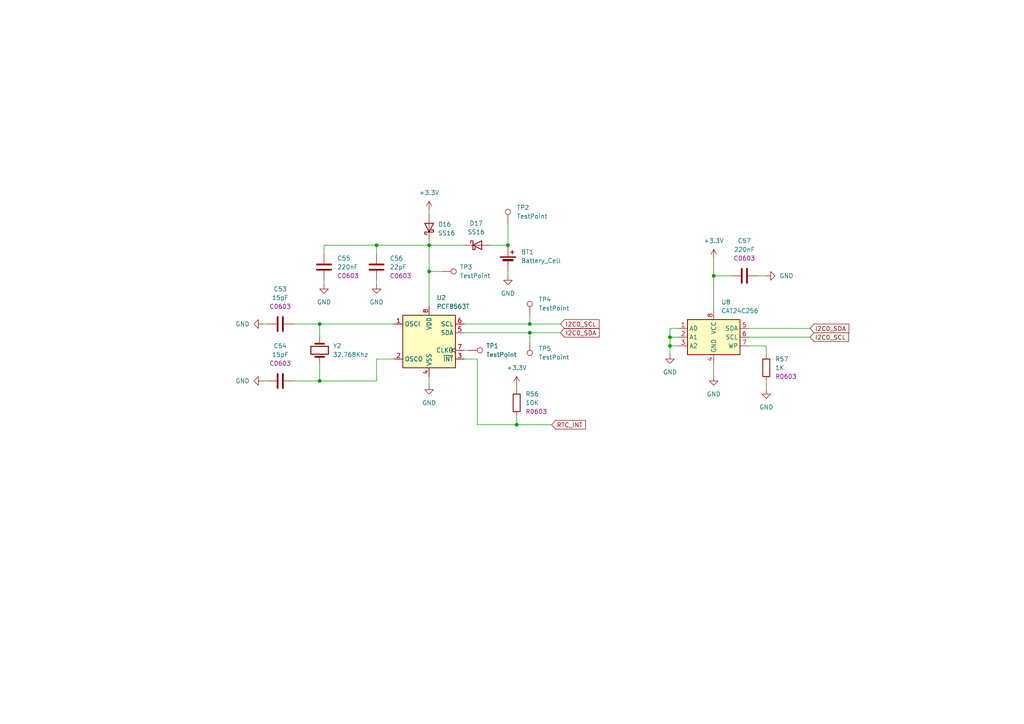
<source format=kicad_sch>
(kicad_sch (version 20250114) (generator "eeschema") (generator_version "9.0")
  (paper "A4")
  (title_block (title "RTC & EEPROM") (rev "A") (company "Enis ASLAN") (comment 1 "RTC & EEPROM Schematic"))
  (lib_symbols
    (symbol "Connector:TestPoint" (pin_numbers (hide yes)) (pin_names (offset 0.762) (hide yes))
      (property "Reference" "TP" (at 0 6.858 0))
      (property "Value" "TestPoint" (at 0 5.08 0))
      (symbol "TestPoint_0_1"
        (circle (center 0 3.302) (radius 0.762))
      )
      (symbol "TestPoint_1_1"
        (pin passive line (at 0 0 90) (length 2.54) (name "1") (number "1"))
      )
    )
    (symbol "Device:Battery_Cell" (pin_numbers (hide yes)) (pin_names (offset 0) (hide yes))
      (property "Reference" "BT" (at 2.54 2.54 0))
      (property "Value" "Battery_Cell" (at 2.54 0 0))
      (symbol "Battery_Cell_0_1"
        (rectangle (start -2.286 1.778) (end 2.286 1.524) (fill (type outline)))
        (rectangle (start -1.524 1.016) (end 1.524 0.508) (fill (type outline)))
        (polyline (pts (xy 0 1.778) (xy 0 2.54)))
        (polyline (pts (xy 0 0.762) (xy 0 0)))
        (polyline (pts (xy 0.762 3.048) (xy 1.778 3.048)) (stroke (width 0.254)))
        (polyline (pts (xy 1.27 3.556) (xy 1.27 2.54)) (stroke (width 0.254)))
      )
      (symbol "Battery_Cell_1_1"
        (pin passive line (at 0 5.08 270) (length 2.54) (name "+") (number "1"))
        (pin passive line (at 0 -2.54 90) (length 2.54) (name "-") (number "2"))
      )
    )
    (symbol "Device:C" (pin_numbers (hide yes)) (pin_names (offset 0.254))
      (property "Reference" "C" (at 0.635 2.54 0))
      (property "Value" "C" (at 0.635 -2.54 0))
      (symbol "C_0_1"
        (polyline (pts (xy -2.032 0.762) (xy 2.032 0.762)) (stroke (width 0.508)))
        (polyline (pts (xy -2.032 -0.762) (xy 2.032 -0.762)) (stroke (width 0.508)))
      )
      (symbol "C_1_1"
        (pin passive line (at 0 3.81 270) (length 2.794) (name "~") (number "1"))
        (pin passive line (at 0 -3.81 90) (length 2.794) (name "~") (number "2"))
      )
    )
    (symbol "Device:Crystal" (pin_numbers (hide yes)) (pin_names (offset 1.016) (hide yes))
      (property "Reference" "Y" (at 0 3.81 0))
      (property "Value" "Crystal" (at 0 -3.81 0))
      (symbol "Crystal_0_1"
        (polyline (pts (xy -2.54 0) (xy -1.905 0)))
        (polyline (pts (xy -1.905 -1.27) (xy -1.905 1.27)) (stroke (width 0.508)))
        (rectangle (start -1.143 2.54) (end 1.143 -2.54) (stroke (width 0.3048)))
        (polyline (pts (xy 1.905 -1.27) (xy 1.905 1.27)) (stroke (width 0.508)))
        (polyline (pts (xy 2.54 0) (xy 1.905 0)))
      )
      (symbol "Crystal_1_1"
        (pin passive line (at -3.81 0 0) (length 1.27) (name "1") (number "1"))
        (pin passive line (at 3.81 0 180) (length 1.27) (name "2") (number "2"))
      )
    )
    (symbol "Device:R" (pin_numbers (hide yes)) (pin_names (offset 0))
      (property "Reference" "R" (at 2.032 0 90))
      (property "Value" "R" (at 0 0 90))
      (symbol "R_0_1"
        (rectangle (start -1.016 -2.54) (end 1.016 2.54) (stroke (width 0.254)))
      )
      (symbol "R_1_1"
        (pin passive line (at 0 3.81 270) (length 1.27) (name "~") (number "1"))
        (pin passive line (at 0 -3.81 90) (length 1.27) (name "~") (number "2"))
      )
    )
    (symbol "Diode:SS16" (pin_numbers (hide yes)) (pin_names (offset 1.016) (hide yes))
      (property "Reference" "D" (at 0 2.54 0))
      (property "Value" "SS16" (at 0 -2.54 0))
      (symbol "SS16_0_1"
        (polyline (pts (xy -1.905 0.635) (xy -1.905 1.27) (xy -1.27 1.27) (xy -1.27 -1.27) (xy -0.635 -1.27) (xy -0.635 -0.635)) (stroke (width 0.254)))
        (polyline (pts (xy 1.27 1.27) (xy 1.27 -1.27) (xy -1.27 0) (xy 1.27 1.27)) (stroke (width 0.254)))
        (polyline (pts (xy 1.27 0) (xy -1.27 0)))
      )
      (symbol "SS16_1_1"
        (pin passive line (at -3.81 0 0) (length 2.54) (name "K") (number "1"))
        (pin passive line (at 3.81 0 180) (length 2.54) (name "A") (number "2"))
      )
    )
    (symbol "Memory_EEPROM:CAT24C256"
      (property "Reference" "U" (at -6.35 6.35 0))
      (property "Value" "CAT24C256" (at 1.27 6.35 0))
      (symbol "CAT24C256_1_1"
        (rectangle (start -7.62 5.08) (end 7.62 -5.08) (stroke (width 0.254)) (fill (type background)))
        (pin input line (at -10.16 2.54 0) (length 2.54) (name "A0") (number "1"))
        (pin input line (at -10.16 0 0) (length 2.54) (name "A1") (number "2"))
        (pin input line (at -10.16 -2.54 0) (length 2.54) (name "A2") (number "3"))
        (pin power_in line (at 0 7.62 270) (length 2.54) (name "VCC") (number "8"))
        (pin power_in line (at 0 -7.62 90) (length 2.54) (name "GND") (number "4"))
        (pin bidirectional line (at 10.16 2.54 180) (length 2.54) (name "SDA") (number "5"))
        (pin input line (at 10.16 0 180) (length 2.54) (name "SCL") (number "6"))
        (pin input line (at 10.16 -2.54 180) (length 2.54) (name "WP") (number "7"))
      )
    )
    (symbol "Timer_RTC:PCF8563T"
      (property "Reference" "U" (at -7.62 8.89 0))
      (property "Value" "PCF8563T" (at 2.54 8.89 0))
      (symbol "PCF8563T_0_1"
        (rectangle (start -7.62 7.62) (end 7.62 -7.62) (stroke (width 0.254)) (fill (type background)))
      )
      (symbol "PCF8563T_1_1"
        (pin input line (at -10.16 5.08 0) (length 2.54) (name "OSCI") (number "1"))
        (pin output line (at -10.16 -5.08 0) (length 2.54) (name "OSCO") (number "2"))
        (pin power_in line (at 0 10.16 270) (length 2.54) (name "VDD") (number "8"))
        (pin power_in line (at 0 -10.16 90) (length 2.54) (name "VSS") (number "4"))
        (pin input line (at 10.16 5.08 180) (length 2.54) (name "SCL") (number "6"))
        (pin bidirectional line (at 10.16 2.54 180) (length 2.54) (name "SDA") (number "5"))
        (pin output clock (at 10.16 -2.54 180) (length 2.54) (name "CLKO") (number "7"))
        (pin output line (at 10.16 -5.08 180) (length 2.54) (name "~{INT}") (number "3"))
      )
    )
    (symbol "power:+3.3V" (power) (pin_numbers (hide yes)) (pin_names (offset 0) (hide yes))
      (property "Value" "+3.3V" (at 0 3.556 0))
      (symbol "+3.3V_0_1"
        (polyline (pts (xy -0.762 1.27) (xy 0 2.54)))
        (polyline (pts (xy 0 2.54) (xy 0.762 1.27)))
        (polyline (pts (xy 0 0) (xy 0 2.54)))
      )
      (symbol "+3.3V_1_1"
        (pin power_in line (at 0 0 90) (length 0) (name "~") (number "1"))
      )
    )
    (symbol "power:GND" (power) (pin_numbers (hide yes)) (pin_names (offset 0) (hide yes))
      (property "Value" "GND" (at 0 -3.81 0))
      (symbol "GND_0_1"
        (polyline (pts (xy 0 0) (xy 0 -1.27) (xy 1.27 -1.27) (xy 0 -2.54) (xy -1.27 -1.27) (xy 0 -1.27)))
      )
      (symbol "GND_1_1"
        (pin power_in line (at 0 0 270) (length 0) (name "~") (number "1"))
      )
    )
  )
  (junction (at 149.86 123.19))
  (junction (at 147.32 71.12))
  (junction (at 207.01 80.01))
  (junction (at 109.22 71.12))
  (junction (at 153.67 96.52))
  (junction (at 92.71 93.98))
  (junction (at 92.71 110.49))
  (junction (at 124.46 71.12))
  (junction (at 194.31 100.33))
  (junction (at 124.46 78.74))
  (junction (at 194.31 97.79))
  (junction (at 153.67 93.98))
  (wire (pts (xy 217.17 95.25) (xy 234.95 95.25)))
  (wire (pts (xy 207.01 105.41) (xy 207.01 109.22)))
  (wire (pts (xy 76.2 93.98) (xy 77.47 93.98)))
  (wire (pts (xy 92.71 97.79) (xy 92.71 93.98)))
  (wire (pts (xy 124.46 109.22) (xy 124.46 111.76)))
  (wire (pts (xy 147.32 78.74) (xy 147.32 80.01)))
  (wire (pts (xy 219.71 80.01) (xy 222.25 80.01)))
  (wire (pts (xy 85.09 93.98) (xy 92.71 93.98)))
  (wire (pts (xy 207.01 80.01) (xy 207.01 90.17)))
  (wire (pts (xy 114.3 93.98) (xy 92.71 93.98)))
  (wire (pts (xy 147.32 64.77) (xy 147.32 71.12)))
  (wire (pts (xy 124.46 60.96) (xy 124.46 62.23)))
  (wire (pts (xy 109.22 71.12) (xy 124.46 71.12)))
  (wire (pts (xy 153.67 93.98) (xy 162.56 93.98)))
  (wire (pts (xy 76.2 110.49) (xy 77.47 110.49)))
  (wire (pts (xy 138.43 123.19) (xy 149.86 123.19)))
  (wire (pts (xy 92.71 110.49) (xy 92.71 105.41)))
  (wire (pts (xy 222.25 110.49) (xy 222.25 113.03)))
  (wire (pts (xy 194.31 97.79) (xy 194.31 100.33)))
  (wire (pts (xy 134.62 96.52) (xy 153.67 96.52)))
  (wire (pts (xy 153.67 91.44) (xy 153.67 93.98)))
  (wire (pts (xy 194.31 95.25) (xy 194.31 97.79)))
  (wire (pts (xy 217.17 100.33) (xy 222.25 100.33)))
  (wire (pts (xy 153.67 96.52) (xy 153.67 99.06)))
  (wire (pts (xy 194.31 100.33) (xy 196.85 100.33)))
  (wire (pts (xy 109.22 104.14) (xy 114.3 104.14)))
  (wire (pts (xy 194.31 100.33) (xy 194.31 102.87)))
  (wire (pts (xy 93.98 73.66) (xy 93.98 71.12)))
  (wire (pts (xy 134.62 104.14) (xy 138.43 104.14)))
  (wire (pts (xy 93.98 81.28) (xy 93.98 82.55)))
  (wire (pts (xy 85.09 110.49) (xy 92.71 110.49)))
  (wire (pts (xy 134.62 93.98) (xy 153.67 93.98)))
  (wire (pts (xy 93.98 71.12) (xy 109.22 71.12)))
  (wire (pts (xy 222.25 100.33) (xy 222.25 102.87)))
  (wire (pts (xy 196.85 95.25) (xy 194.31 95.25)))
  (wire (pts (xy 217.17 97.79) (xy 234.95 97.79)))
  (wire (pts (xy 149.86 123.19) (xy 160.02 123.19)))
  (wire (pts (xy 153.67 96.52) (xy 162.56 96.52)))
  (wire (pts (xy 124.46 78.74) (xy 128.27 78.74)))
  (wire (pts (xy 109.22 81.28) (xy 109.22 82.55)))
  (wire (pts (xy 124.46 71.12) (xy 134.62 71.12)))
  (wire (pts (xy 147.32 71.12) (xy 142.24 71.12)))
  (wire (pts (xy 92.71 110.49) (xy 109.22 110.49)))
  (wire (pts (xy 194.31 97.79) (xy 196.85 97.79)))
  (wire (pts (xy 109.22 71.12) (xy 109.22 73.66)))
  (wire (pts (xy 124.46 71.12) (xy 124.46 78.74)))
  (wire (pts (xy 149.86 111.76) (xy 149.86 113.03)))
  (wire (pts (xy 149.86 120.65) (xy 149.86 123.19)))
  (wire (pts (xy 134.62 101.6) (xy 135.89 101.6)))
  (wire (pts (xy 109.22 110.49) (xy 109.22 104.14)))
  (wire (pts (xy 124.46 78.74) (xy 124.46 88.9)))
  (wire (pts (xy 207.01 80.01) (xy 212.09 80.01)))
  (wire (pts (xy 207.01 74.93) (xy 207.01 80.01)))
  (wire (pts (xy 138.43 104.14) (xy 138.43 123.19)))
  (wire (pts (xy 124.46 69.85) (xy 124.46 71.12)))
  (global_label "I2C0_SDA" (shape input) (at 234.95 95.25 0) (property "Intersheetrefs" "${INTERSHEET_REFS}" (effects (hide yes))))
  (global_label "RTC_INT" (shape input) (at 160.02 123.19 0) (property "Intersheetrefs" "${INTERSHEET_REFS}" (effects (hide yes))))
  (global_label "I2C0_SCL" (shape input) (at 234.95 97.79 0) (property "Intersheetrefs" "${INTERSHEET_REFS}" (effects (hide yes))))
  (global_label "I2C0_SDA" (shape input) (at 162.56 96.52 0) (property "Intersheetrefs" "${INTERSHEET_REFS}" (effects (hide yes))))
  (global_label "I2C0_SCL" (shape input) (at 162.56 93.98 0) (property "Intersheetrefs" "${INTERSHEET_REFS}" (effects (hide yes))))
  (symbol (lib_id "Device:C") (at 215.9 80.01 90) (unit 1)
    (property "Reference" "C57" (at 215.9 69.85 90))
    (property "Value" "220nF" (at 215.9 72.39 90))
    (property "Footprint" "Capacitor_SMD:C_0603_1608Metric" (effects (hide yes)))
    (property "Description" "Unpolarized capacitor" (effects (hide yes)))
    (property "Package" "C0603" (at 215.9 74.93 90))
  )
  (symbol (lib_id "Device:C") (at 81.28 110.49 90) (unit 1)
    (property "Reference" "C54" (at 81.28 100.33 90))
    (property "Value" "15pF" (at 81.28 102.87 90))
    (property "Footprint" "Capacitor_SMD:C_0603_1608Metric" (effects (hide yes)))
    (property "Description" "Unpolarized capacitor" (effects (hide yes)))
    (property "Package" "C0603" (at 81.28 105.41 90))
  )
  (symbol (lib_id "power:GND") (at 194.31 102.87 0) (unit 1)
    (property "Reference" "#PWR0138" (effects (hide yes)))
    (property "Value" "GND" (at 194.31 107.95 0))
    (property "Description" "Power symbol creates a global label with name \"GND\" , ground" (effects (hide yes)))
  )
  (symbol (lib_id "Device:C") (at 81.28 93.98 90) (unit 1)
    (property "Reference" "C53" (at 81.28 83.82 90))
    (property "Value" "15pF" (at 81.28 86.36 90))
    (property "Footprint" "Capacitor_SMD:C_0603_1608Metric" (effects (hide yes)))
    (property "Description" "Unpolarized capacitor" (effects (hide yes)))
    (property "Package" "C0603" (at 81.28 88.9 90))
  )
  (symbol (lib_id "power:+3.3V") (at 124.46 60.96 0) (unit 1)
    (property "Reference" "#PWR0128" (effects (hide yes)))
    (property "Value" "+3.3V" (at 124.46 55.88 0))
    (property "Description" "Power symbol creates a global label with name \"+3.3V\"" (effects (hide yes)))
  )
  (symbol (lib_id "Memory_EEPROM:CAT24C256") (at 207.01 97.79 0) (unit 1)
    (property "Reference" "U8" (at 209.1533 87.63 0) (effects (justify left)))
    (property "Value" "CAT24C256" (at 209.1533 90.17 0) (effects (justify left)))
    (property "Footprint" "Package_SO:SOIC-8_3.9x4.9mm_P1.27mm" (effects (hide yes)))
    (property "Datasheet" "https://www.onsemi.cn/PowerSolutions/document/CAT24C256-D.PDF" (effects (hide yes)))
    (property "Description" "256 kb CMOS Serial EEPROM, DIP-8/SOIC-8/TSSOP-8/DFN-8" (effects (hide yes)))
  )
  (symbol (lib_id "Connector:TestPoint") (at 135.89 101.6 270) (unit 1)
    (property "Reference" "TP1" (at 140.97 100.3299 90) (effects (justify left)))
    (property "Value" "TestPoint" (at 140.97 102.8699 90) (effects (justify left)))
    (property "Footprint" "TestPoint:TestPoint_Pad_D1.5mm" (effects (hide yes)))
    (property "Description" "test point" (effects (hide yes)))
  )
  (symbol (lib_id "power:+3.3V") (at 149.86 111.76 0) (unit 1)
    (property "Reference" "#PWR0136" (effects (hide yes)))
    (property "Value" "+3.3V" (at 149.86 106.68 0))
    (property "Description" "Power symbol creates a global label with name \"+3.3V\"" (effects (hide yes)))
  )
  (symbol (lib_id "Connector:TestPoint") (at 128.27 78.74 270) (unit 1)
    (property "Reference" "TP3" (at 133.35 77.4699 90) (effects (justify left)))
    (property "Value" "TestPoint" (at 133.35 80.0099 90) (effects (justify left)))
    (property "Footprint" "TestPoint:TestPoint_Pad_D1.5mm" (effects (hide yes)))
    (property "Description" "test point" (effects (hide yes)))
  )
  (symbol (lib_id "power:GND") (at 76.2 93.98 270) (unit 1)
    (property "Reference" "#PWR0126" (effects (hide yes)))
    (property "Value" "GND" (at 72.39 93.9799 90) (effects (justify right)))
    (property "Description" "Power symbol creates a global label with name \"GND\" , ground" (effects (hide yes)))
  )
  (symbol (lib_id "power:GND") (at 147.32 80.01 0) (unit 1)
    (property "Reference" "#PWR0129" (effects (hide yes)))
    (property "Value" "GND" (at 147.32 85.09 0))
    (property "Description" "Power symbol creates a global label with name \"GND\" , ground" (effects (hide yes)))
  )
  (symbol (lib_id "Device:R") (at 222.25 106.68 180) (unit 1)
    (property "Reference" "R57" (at 224.79 104.1399 0) (effects (justify right)))
    (property "Value" "1K" (at 224.79 106.6799 0) (effects (justify right)))
    (property "Footprint" "Resistor_SMD:R_0603_1608Metric" (effects (hide yes)))
    (property "Description" "Resistor" (effects (hide yes)))
    (property "Package" "R0603" (at 224.79 109.2199 0) (effects (justify right)))
  )
  (symbol (lib_id "Diode:SS16") (at 124.46 66.04 90) (unit 1)
    (property "Reference" "D16" (at 127 65.0874 90) (effects (justify right)))
    (property "Value" "SS16" (at 127 67.6274 90) (effects (justify right)))
    (property "Footprint" "Diode_SMD:D_SMA" (effects (hide yes)))
    (property "Datasheet" "https://www.vishay.com/docs/88746/ss12.pdf" (effects (hide yes)))
    (property "Description" "60V 1A Schottky Diode, SMA" (effects (hide yes)))
  )
  (symbol (lib_id "power:GND") (at 76.2 110.49 270) (unit 1)
    (property "Reference" "#PWR0127" (effects (hide yes)))
    (property "Value" "GND" (at 72.39 110.4899 90) (effects (justify right)))
    (property "Description" "Power symbol creates a global label with name \"GND\" , ground" (effects (hide yes)))
  )
  (symbol (lib_id "Device:C") (at 93.98 77.47 0) (unit 1)
    (property "Reference" "C55" (at 97.79 74.9299 0) (effects (justify left)))
    (property "Value" "220nF" (at 97.79 77.4699 0) (effects (justify left)))
    (property "Footprint" "Capacitor_SMD:C_0603_1608Metric" (effects (hide yes)))
    (property "Description" "Unpolarized capacitor" (effects (hide yes)))
    (property "Package" "C0603" (at 97.79 80.0099 0) (effects (justify left)))
  )
  (symbol (lib_id "Connector:TestPoint") (at 153.67 91.44 0) (unit 1)
    (property "Reference" "TP4" (at 156.21 86.8679 0) (effects (justify left)))
    (property "Value" "TestPoint" (at 156.21 89.4079 0) (effects (justify left)))
    (property "Footprint" "TestPoint:TestPoint_Pad_D1.5mm" (effects (hide yes)))
    (property "Description" "test point" (effects (hide yes)))
  )
  (symbol (lib_id "Timer_RTC:PCF8563T") (at 124.46 99.06 0) (unit 1)
    (property "Reference" "U2" (at 126.6033 86.36 0) (effects (justify left)))
    (property "Value" "PCF8563T" (at 126.6033 88.9 0) (effects (justify left)))
    (property "Footprint" "Package_SO:SOIC-8_3.9x4.9mm_P1.27mm" (effects (hide yes)))
    (property "Datasheet" "https://www.nxp.com/docs/en/data-sheet/PCF8563.pdf" (effects (hide yes)))
    (property "Description" "Realtime Clock/Calendar I2C Interface, SOIC-8" (effects (hide yes)))
  )
  (symbol (lib_id "Device:R") (at 149.86 116.84 180) (unit 1)
    (property "Reference" "R56" (at 152.4 114.2999 0) (effects (justify right)))
    (property "Value" "10K" (at 152.4 116.8399 0) (effects (justify right)))
    (property "Footprint" "Resistor_SMD:R_0603_1608Metric" (effects (hide yes)))
    (property "Description" "Resistor" (effects (hide yes)))
    (property "Package" "R0603" (at 152.4 119.3799 0) (effects (justify right)))
  )
  (symbol (lib_id "power:GND") (at 222.25 80.01 90) (unit 1)
    (property "Reference" "#PWR0134" (effects (hide yes)))
    (property "Value" "GND" (at 226.06 80.0099 90) (effects (justify right)))
    (property "Description" "Power symbol creates a global label with name \"GND\" , ground" (effects (hide yes)))
  )
  (symbol (lib_id "Connector:TestPoint") (at 153.67 99.06 180) (unit 1)
    (property "Reference" "TP5" (at 156.21 101.0919 0) (effects (justify right)))
    (property "Value" "TestPoint" (at 156.21 103.6319 0) (effects (justify right)))
    (property "Footprint" "TestPoint:TestPoint_Pad_D1.5mm" (effects (hide yes)))
    (property "Description" "test point" (effects (hide yes)))
  )
  (symbol (lib_id "power:GND") (at 93.98 82.55 0) (unit 1)
    (property "Reference" "#PWR0130" (effects (hide yes)))
    (property "Value" "GND" (at 93.98 87.63 0))
    (property "Description" "Power symbol creates a global label with name \"GND\" , ground" (effects (hide yes)))
  )
  (symbol (lib_id "power:GND") (at 222.25 113.03 0) (unit 1)
    (property "Reference" "#PWR0137" (effects (hide yes)))
    (property "Value" "GND" (at 222.25 118.11 0))
    (property "Description" "Power symbol creates a global label with name \"GND\" , ground" (effects (hide yes)))
  )
  (symbol (lib_id "power:GND") (at 207.01 109.22 0) (unit 1)
    (property "Reference" "#PWR0135" (effects (hide yes)))
    (property "Value" "GND" (at 207.01 114.3 0))
    (property "Description" "Power symbol creates a global label with name \"GND\" , ground" (effects (hide yes)))
  )
  (symbol (lib_id "Diode:SS16") (at 138.43 71.12 0) (unit 1)
    (property "Reference" "D17" (at 138.1125 64.77 0))
    (property "Value" "SS16" (at 138.1125 67.31 0))
    (property "Footprint" "Diode_SMD:D_SMA" (effects (hide yes)))
    (property "Datasheet" "https://www.vishay.com/docs/88746/ss12.pdf" (effects (hide yes)))
    (property "Description" "60V 1A Schottky Diode, SMA" (effects (hide yes)))
  )
  (symbol (lib_id "power:+3.3V") (at 207.01 74.93 0) (unit 1)
    (property "Reference" "#PWR0133" (effects (hide yes)))
    (property "Value" "+3.3V" (at 207.01 69.85 0))
    (property "Description" "Power symbol creates a global label with name \"+3.3V\"" (effects (hide yes)))
  )
  (symbol (lib_id "Device:Battery_Cell") (at 147.32 76.2 0) (unit 1)
    (property "Reference" "BT1" (at 151.13 73.0884 0) (effects (justify left)))
    (property "Value" "Battery_Cell" (at 151.13 75.6284 0) (effects (justify left)))
    (property "Footprint" "Connector_PinHeader_2.54mm:PinHeader_1x02_P2.54mm_Vertical" (effects (hide yes)))
    (property "Description" "Single-cell battery" (effects (hide yes)))
  )
  (symbol (lib_id "power:GND") (at 124.46 111.76 0) (unit 1)
    (property "Reference" "#PWR0132" (effects (hide yes)))
    (property "Value" "GND" (at 124.46 116.84 0))
    (property "Description" "Power symbol creates a global label with name \"GND\" , ground" (effects (hide yes)))
  )
  (symbol (lib_id "Device:Crystal") (at 92.71 101.6 90) (unit 1)
    (property "Reference" "Y2" (at 96.52 100.3299 90) (effects (justify right)))
    (property "Value" "32.768Khz" (at 96.52 102.8699 90) (effects (justify right)))
    (property "Footprint" "Crystal:Crystal_C38-LF_D3.0mm_L8.0mm_Horizontal_1EP_style1" (effects (hide yes)))
    (property "Description" "Two pin crystal" (effects (hide yes)))
  )
  (symbol (lib_id "Connector:TestPoint") (at 147.32 64.77 0) (unit 1)
    (property "Reference" "TP2" (at 149.86 60.1979 0) (effects (justify left)))
    (property "Value" "TestPoint" (at 149.86 62.7379 0) (effects (justify left)))
    (property "Footprint" "TestPoint:TestPoint_Pad_D1.5mm" (effects (hide yes)))
    (property "Description" "test point" (effects (hide yes)))
  )
  (symbol (lib_id "Device:C") (at 109.22 77.47 180) (unit 1)
    (property "Reference" "C56" (at 113.03 74.9299 0) (effects (justify right)))
    (property "Value" "22pF" (at 113.03 77.4699 0) (effects (justify right)))
    (property "Footprint" "Capacitor_SMD:C_0603_1608Metric" (effects (hide yes)))
    (property "Description" "Unpolarized capacitor" (effects (hide yes)))
    (property "Package" "C0603" (at 113.03 80.0099 0) (effects (justify right)))
  )
  (symbol (lib_id "power:GND") (at 109.22 82.55 0) (unit 1)
    (property "Reference" "#PWR0131" (effects (hide yes)))
    (property "Value" "GND" (at 109.22 87.63 0))
    (property "Description" "Power symbol creates a global label with name \"GND\" , ground" (effects (hide yes)))
  )
)
</source>
